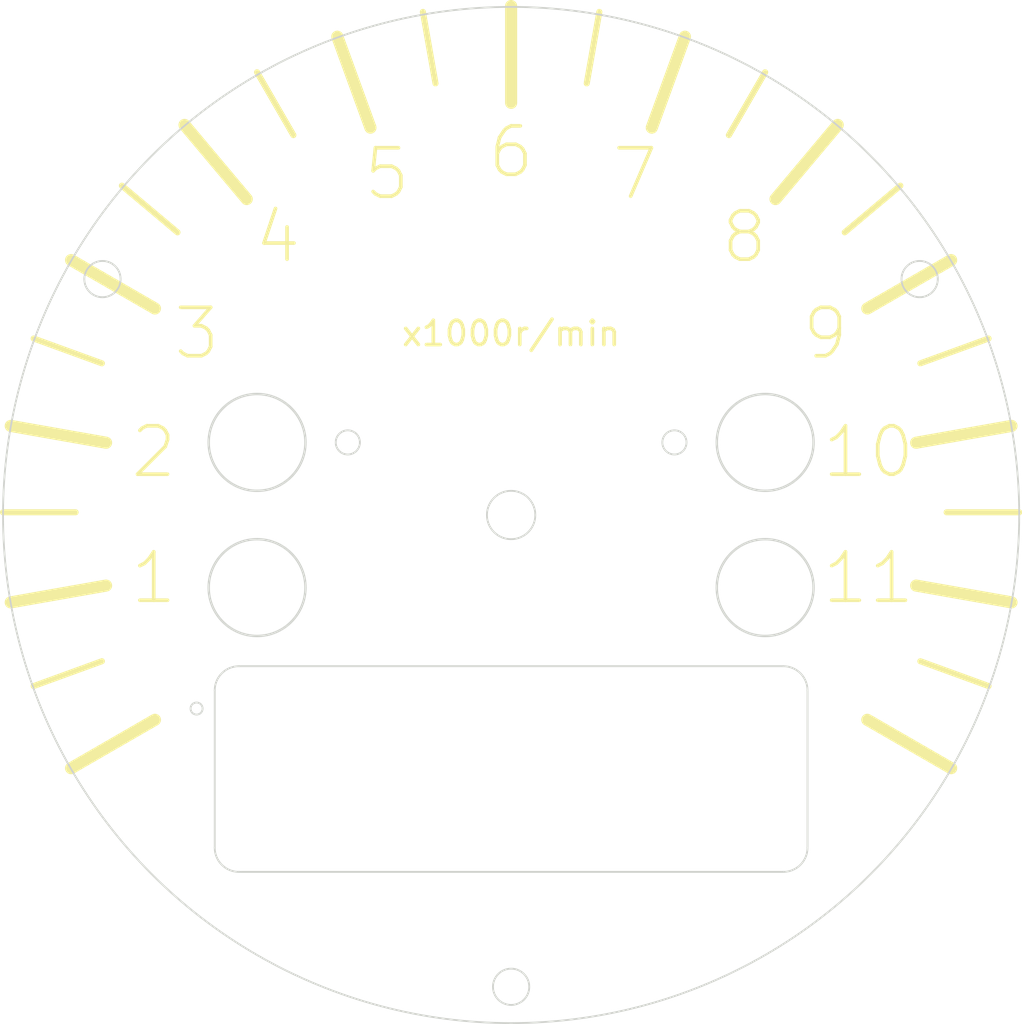
<source format=kicad_pcb>
(kicad_pcb (version 20171130) (host pcbnew "(5.0.1)-4")

  (general
    (thickness 1.6)
    (drawings 57)
    (tracks 0)
    (zones 0)
    (modules 0)
    (nets 1)
  )

  (page A4)
  (layers
    (0 F.Cu signal)
    (31 B.Cu signal)
    (32 B.Adhes user)
    (33 F.Adhes user)
    (34 B.Paste user)
    (35 F.Paste user)
    (36 B.SilkS user)
    (37 F.SilkS user)
    (38 B.Mask user)
    (39 F.Mask user)
    (40 Dwgs.User user)
    (41 Cmts.User user)
    (42 Eco1.User user)
    (43 Eco2.User user)
    (44 Edge.Cuts user)
    (45 Margin user)
    (46 B.CrtYd user)
    (47 F.CrtYd user)
    (48 B.Fab user)
    (49 F.Fab user)
  )

  (setup
    (last_trace_width 0.25)
    (trace_clearance 0.2)
    (zone_clearance 0.508)
    (zone_45_only no)
    (trace_min 0.2)
    (segment_width 0.2)
    (edge_width 0.15)
    (via_size 0.8)
    (via_drill 0.4)
    (via_min_size 0.4)
    (via_min_drill 0.3)
    (uvia_size 0.3)
    (uvia_drill 0.1)
    (uvias_allowed no)
    (uvia_min_size 0.2)
    (uvia_min_drill 0.1)
    (pcb_text_width 0.3)
    (pcb_text_size 1.5 1.5)
    (mod_edge_width 0.15)
    (mod_text_size 1 1)
    (mod_text_width 0.15)
    (pad_size 1.524 1.524)
    (pad_drill 0.762)
    (pad_to_mask_clearance 0.051)
    (solder_mask_min_width 0.25)
    (aux_axis_origin 0 0)
    (visible_elements 7FFFFFFF)
    (pcbplotparams
      (layerselection 0x010f0_ffffffff)
      (usegerberextensions false)
      (usegerberattributes false)
      (usegerberadvancedattributes false)
      (creategerberjobfile false)
      (excludeedgelayer true)
      (linewidth 0.100000)
      (plotframeref false)
      (viasonmask false)
      (mode 1)
      (useauxorigin false)
      (hpglpennumber 1)
      (hpglpenspeed 20)
      (hpglpendiameter 15.000000)
      (psnegative false)
      (psa4output false)
      (plotreference true)
      (plotvalue true)
      (plotinvisibletext false)
      (padsonsilk false)
      (subtractmaskfromsilk false)
      (outputformat 1)
      (mirror false)
      (drillshape 0)
      (scaleselection 1)
      (outputdirectory "C:/Users/Ben/Desktop/"))
  )

  (net 0 "")

  (net_class Default "This is the default net class."
    (clearance 0.2)
    (trace_width 0.25)
    (via_dia 0.8)
    (via_drill 0.4)
    (uvia_dia 0.3)
    (uvia_drill 0.1)
  )

  (gr_circle (center 124 116) (end 124.5 116) (layer Edge.Cuts) (width 0.15))
  (gr_circle (center 171 94) (end 175 94) (layer Edge.Cuts) (width 0.2) (tstamp 5CBF87C4))
  (gr_circle (center 171 106) (end 175 106) (layer Edge.Cuts) (width 0.2) (tstamp 5CBF87C9))
  (gr_circle (center 129 106) (end 133 106) (layer Edge.Cuts) (width 0.2))
  (gr_circle (center 129 94) (end 133 94) (layer Edge.Cuts) (width 0.2))
  (gr_circle (center 163.5 94) (end 164.5 94) (layer Edge.Cuts) (width 0.15))
  (gr_circle (center 136.5 94) (end 137.5 94) (layer Edge.Cuts) (width 0.15))
  (gr_circle (center 183.77 80.5) (end 185.27 80.5) (layer Edge.Cuts) (width 0.15))
  (gr_circle (center 116.22 80.5) (end 117.72 80.5) (layer Edge.Cuts) (width 0.15))
  (gr_circle (center 150 139) (end 151.5 139) (layer Edge.Cuts) (width 0.15))
  (gr_arc (start 172.5 114.5) (end 174.5 114.5) (angle -90) (layer Edge.Cuts) (width 0.15))
  (gr_arc (start 172.5 127.5) (end 172.5 129.5) (angle -90) (layer Edge.Cuts) (width 0.15))
  (gr_arc (start 127.5 127.5) (end 125.5 127.5) (angle -90) (layer Edge.Cuts) (width 0.15))
  (gr_arc (start 127.5 114.5) (end 127.5 112.5) (angle -90) (layer Edge.Cuts) (width 0.15))
  (gr_line (start 125.5 114.5) (end 125.5 127.5) (layer Edge.Cuts) (width 0.15))
  (gr_line (start 127.5 129.5) (end 172.5 129.5) (layer Edge.Cuts) (width 0.15))
  (gr_line (start 174.5 114.5) (end 174.5 127.5) (layer Edge.Cuts) (width 0.15))
  (gr_line (start 127.5 112.5) (end 172.5 112.5) (layer Edge.Cuts) (width 0.15))
  (gr_circle (center 150 100) (end 152 100) (layer Edge.Cuts) (width 0.15))
  (gr_text x1000r/min (at 150 85) (layer F.SilkS)
    (effects (font (size 2 2) (thickness 0.3)))
  )
  (gr_circle (center 150 100) (end 192 100) (layer Edge.Cuts) (width 0.15))
  (gr_text 6 (at 150 70) (layer F.SilkS)
    (effects (font (size 4 4) (thickness 0.3)))
  )
  (gr_text 5 (at 139.739396 71.809221) (layer F.SilkS)
    (effects (font (size 4 4) (thickness 0.3)))
  )
  (gr_text 7 (at 160.260604 71.809221) (layer F.SilkS)
    (effects (font (size 4 4) (thickness 0.3)))
  )
  (gr_text 8 (at 169.283628 77.018667) (layer F.SilkS)
    (effects (font (size 4 4) (thickness 0.3)))
  )
  (gr_text 9 (at 175.980762 85) (layer F.SilkS)
    (effects (font (size 4 4) (thickness 0.3)))
  )
  (gr_text 10 (at 179.544233 94.790555) (layer F.SilkS)
    (effects (font (size 4 4) (thickness 0.3)))
  )
  (gr_text 11 (at 179.544233 105.209445) (layer F.SilkS)
    (effects (font (size 4 4) (thickness 0.3)))
  )
  (gr_text 4 (at 130.716372 77.018667) (layer F.SilkS)
    (effects (font (size 4 4) (thickness 0.3)))
  )
  (gr_text 3 (at 124.019238 85) (layer F.SilkS)
    (effects (font (size 4 4) (thickness 0.3)))
  )
  (gr_text 2 (at 120.455767 94.790555) (layer F.SilkS)
    (effects (font (size 4 4) (thickness 0.3)))
  )
  (gr_text 1 (at 120.455767 105.209445) (layer F.SilkS)
    (effects (font (size 4 4) (thickness 0.3)))
  )
  (gr_line (start 110.53291 114.139821) (end 116.171066 112.0877) (layer F.SilkS) (width 0.5))
  (gr_line (start 157.293223 58.413049) (end 156.251334 64.321896) (layer F.SilkS) (width 0.5))
  (gr_line (start 192 99.774975) (end 186 99.774975) (layer F.SilkS) (width 0.5))
  (gr_line (start 142.706777 58.413049) (end 143.748666 64.321896) (layer F.SilkS) (width 0.5))
  (gr_line (start 189.46709 114.139821) (end 183.828934 112.0877) (layer F.SilkS) (width 0.5))
  (gr_line (start 129 63.401908) (end 132 68.59806) (layer F.SilkS) (width 0.5))
  (gr_line (start 189.46709 85.410129) (end 183.828934 87.46225) (layer F.SilkS) (width 0.5))
  (gr_line (start 108 99.774975) (end 114 99.774975) (layer F.SilkS) (width 0.5))
  (gr_line (start 117.826133 72.777895) (end 122.4224 76.634621) (layer F.SilkS) (width 0.5))
  (gr_line (start 182.173867 72.777895) (end 177.5776 76.634621) (layer F.SilkS) (width 0.5))
  (gr_line (start 110.53291 85.410129) (end 116.171066 87.46225) (layer F.SilkS) (width 0.5))
  (gr_line (start 171 63.401908) (end 168 68.59806) (layer F.SilkS) (width 0.5))
  (gr_line (start 164.364846 60.462486) (end 161.628685 67.980027) (layer F.SilkS) (width 1))
  (gr_line (start 113.626933 78.929576) (end 120.555136 82.929576) (layer F.SilkS) (width 1))
  (gr_line (start 191.361926 92.636353) (end 183.483464 94.025538) (layer F.SilkS) (width 1))
  (gr_line (start 135.635154 60.462486) (end 138.371315 67.980027) (layer F.SilkS) (width 1))
  (gr_line (start 176.99708 67.755709) (end 171.854779 73.884065) (layer F.SilkS) (width 1))
  (gr_line (start 108.638074 92.636353) (end 116.516536 94.025538) (layer F.SilkS) (width 1))
  (gr_line (start 113.626933 120.929576) (end 120.555136 116.929576) (layer F.SilkS) (width 1))
  (gr_line (start 186.373067 78.929576) (end 179.444864 82.929576) (layer F.SilkS) (width 1))
  (gr_line (start 123.00292 67.755709) (end 128.145221 73.884065) (layer F.SilkS) (width 1))
  (gr_line (start 108.638074 107.222799) (end 116.516536 105.833614) (layer F.SilkS) (width 1))
  (gr_line (start 150 57.929576) (end 150 65.929576) (layer F.SilkS) (width 1))
  (gr_line (start 191.361926 107.222799) (end 183.483464 105.833614) (layer F.SilkS) (width 1))
  (gr_line (start 186.373067 120.929576) (end 179.444864 116.929576) (layer F.SilkS) (width 1))

)

</source>
